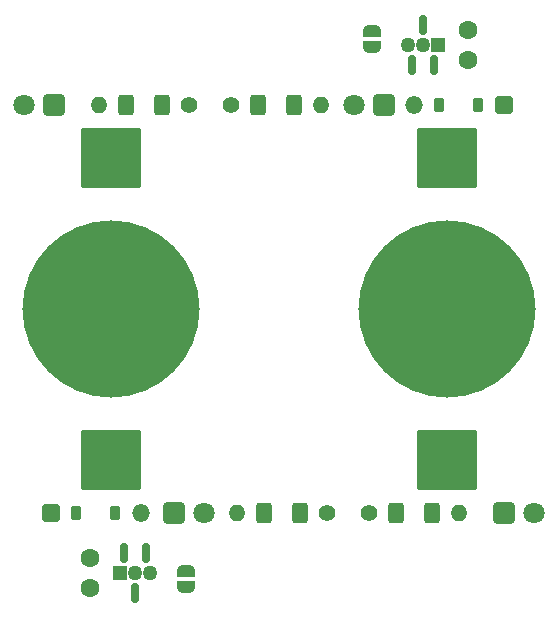
<source format=gbr>
%TF.GenerationSoftware,KiCad,Pcbnew,8.0.6-8.0.6-0~ubuntu24.04.1*%
%TF.CreationDate,2024-12-02T23:57:07-05:00*%
%TF.ProjectId,hack_badge,6861636b-5f62-4616-9467-652e6b696361,v1*%
%TF.SameCoordinates,Original*%
%TF.FileFunction,Soldermask,Bot*%
%TF.FilePolarity,Negative*%
%FSLAX46Y46*%
G04 Gerber Fmt 4.6, Leading zero omitted, Abs format (unit mm)*
G04 Created by KiCad (PCBNEW 8.0.6-8.0.6-0~ubuntu24.04.1) date 2024-12-02 23:57:07*
%MOMM*%
%LPD*%
G01*
G04 APERTURE LIST*
G04 Aperture macros list*
%AMRoundRect*
0 Rectangle with rounded corners*
0 $1 Rounding radius*
0 $2 $3 $4 $5 $6 $7 $8 $9 X,Y pos of 4 corners*
0 Add a 4 corners polygon primitive as box body*
4,1,4,$2,$3,$4,$5,$6,$7,$8,$9,$2,$3,0*
0 Add four circle primitives for the rounded corners*
1,1,$1+$1,$2,$3*
1,1,$1+$1,$4,$5*
1,1,$1+$1,$6,$7*
1,1,$1+$1,$8,$9*
0 Add four rect primitives between the rounded corners*
20,1,$1+$1,$2,$3,$4,$5,0*
20,1,$1+$1,$4,$5,$6,$7,0*
20,1,$1+$1,$6,$7,$8,$9,0*
20,1,$1+$1,$8,$9,$2,$3,0*%
%AMFreePoly0*
4,1,19,0.500000,-0.750000,0.000000,-0.750000,0.000000,-0.744911,-0.071157,-0.744911,-0.207708,-0.704816,-0.327430,-0.627875,-0.420627,-0.520320,-0.479746,-0.390866,-0.500000,-0.250000,-0.500000,0.250000,-0.479746,0.390866,-0.420627,0.520320,-0.327430,0.627875,-0.207708,0.704816,-0.071157,0.744911,0.000000,0.744911,0.000000,0.750000,0.500000,0.750000,0.500000,-0.750000,0.500000,-0.750000,
$1*%
%AMFreePoly1*
4,1,19,0.000000,0.744911,0.071157,0.744911,0.207708,0.704816,0.327430,0.627875,0.420627,0.520320,0.479746,0.390866,0.500000,0.250000,0.500000,-0.250000,0.479746,-0.390866,0.420627,-0.520320,0.327430,-0.627875,0.207708,-0.704816,0.071157,-0.744911,0.000000,-0.744911,0.000000,-0.750000,-0.500000,-0.750000,-0.500000,0.750000,0.000000,0.750000,0.000000,0.744911,0.000000,0.744911,
$1*%
G04 Aperture macros list end*
%ADD10RoundRect,0.250000X-0.650000X-0.650000X0.650000X-0.650000X0.650000X0.650000X-0.650000X0.650000X0*%
%ADD11C,1.800000*%
%ADD12RoundRect,0.250000X0.650000X0.650000X-0.650000X0.650000X-0.650000X-0.650000X0.650000X-0.650000X0*%
%ADD13RoundRect,0.250000X-2.300000X2.300000X-2.300000X-2.300000X2.300000X-2.300000X2.300000X2.300000X0*%
%ADD14C,15.000000*%
%ADD15RoundRect,0.250000X2.300000X-2.300000X2.300000X2.300000X-2.300000X2.300000X-2.300000X-2.300000X0*%
%ADD16C,1.400000*%
%ADD17RoundRect,0.250000X0.400000X0.625000X-0.400000X0.625000X-0.400000X-0.625000X0.400000X-0.625000X0*%
%ADD18O,1.400000X1.400000*%
%ADD19RoundRect,0.250000X0.500000X0.500000X-0.500000X0.500000X-0.500000X-0.500000X0.500000X-0.500000X0*%
%ADD20RoundRect,0.225000X0.225000X0.375000X-0.225000X0.375000X-0.225000X-0.375000X0.225000X-0.375000X0*%
%ADD21O,1.500000X1.500000*%
%ADD22FreePoly0,270.000000*%
%ADD23FreePoly1,270.000000*%
%ADD24C,1.600000*%
%ADD25RoundRect,0.070000X0.560000X0.560000X-0.560000X0.560000X-0.560000X-0.560000X0.560000X-0.560000X0*%
%ADD26RoundRect,0.162500X0.162500X-0.687500X0.162500X0.687500X-0.162500X0.687500X-0.162500X-0.687500X0*%
%ADD27C,1.260000*%
%ADD28RoundRect,0.070000X-0.560000X-0.560000X0.560000X-0.560000X0.560000X0.560000X-0.560000X0.560000X0*%
%ADD29RoundRect,0.162500X-0.162500X0.687500X-0.162500X-0.687500X0.162500X-0.687500X0.162500X0.687500X0*%
%ADD30FreePoly0,90.000000*%
%ADD31FreePoly1,90.000000*%
%ADD32RoundRect,0.250000X-0.400000X-0.625000X0.400000X-0.625000X0.400000X0.625000X-0.400000X0.625000X0*%
%ADD33RoundRect,0.250000X-0.500000X-0.500000X0.500000X-0.500000X0.500000X0.500000X-0.500000X0.500000X0*%
%ADD34RoundRect,0.225000X-0.225000X-0.375000X0.225000X-0.375000X0.225000X0.375000X-0.225000X0.375000X0*%
G04 APERTURE END LIST*
D10*
%TO.C,D5*%
X95250000Y-93472000D03*
D11*
X97790000Y-93472000D03*
%TD*%
D12*
%TO.C,D3*%
X57150000Y-58928000D03*
D11*
X54610000Y-58928000D03*
%TD*%
D12*
%TO.C,D6*%
X85090000Y-58928000D03*
D11*
X82550000Y-58928000D03*
%TD*%
D10*
%TO.C,D2*%
X67310000Y-93472000D03*
D11*
X69850000Y-93472000D03*
%TD*%
D13*
%TO.C,BT1*%
X61976000Y-63400000D03*
X61976000Y-89000000D03*
D14*
X61976000Y-76200000D03*
%TD*%
D15*
%TO.C,BT2*%
X90424000Y-89000000D03*
X90424000Y-63400000D03*
D14*
X90424000Y-76200000D03*
%TD*%
D16*
%TO.C,R1*%
X80264000Y-93472000D03*
D17*
X78004000Y-93472000D03*
X74904000Y-93472000D03*
D18*
X72644000Y-93472000D03*
%TD*%
D19*
%TO.C,D4*%
X95250000Y-58928000D03*
D20*
X93090000Y-58928000D03*
X89790000Y-58928000D03*
D21*
X87630000Y-58928000D03*
%TD*%
D22*
%TO.C,JP1*%
X68326000Y-98410000D03*
D23*
X68326000Y-99710000D03*
%TD*%
D24*
%TO.C,C2*%
X92202000Y-55098000D03*
X92202000Y-52598000D03*
%TD*%
D25*
%TO.C,U2*%
X89662000Y-53848000D03*
D26*
X89342000Y-55560500D03*
D27*
X88392000Y-53848000D03*
D26*
X88392000Y-52140500D03*
X87442000Y-55560500D03*
D27*
X87122000Y-53848000D03*
%TD*%
D28*
%TO.C,U1*%
X62738000Y-98552000D03*
D29*
X63058000Y-96839500D03*
D27*
X64008000Y-98552000D03*
D29*
X64008000Y-100259500D03*
X64958000Y-96839500D03*
D27*
X65278000Y-98552000D03*
%TD*%
D24*
%TO.C,C1*%
X60198000Y-97302000D03*
X60198000Y-99802000D03*
%TD*%
D16*
%TO.C,R2*%
X68580000Y-58928000D03*
D17*
X66320000Y-58928000D03*
X63220000Y-58928000D03*
D18*
X60960000Y-58928000D03*
%TD*%
D30*
%TO.C,JP2*%
X84074000Y-53990000D03*
D31*
X84074000Y-52690000D03*
%TD*%
D16*
%TO.C,R3*%
X83820000Y-93472000D03*
D32*
X86080000Y-93472000D03*
X89180000Y-93472000D03*
D18*
X91440000Y-93472000D03*
%TD*%
D33*
%TO.C,D1*%
X56896000Y-93472000D03*
D34*
X59056000Y-93472000D03*
X62356000Y-93472000D03*
D21*
X64516000Y-93472000D03*
%TD*%
D16*
%TO.C,R4*%
X72136000Y-58928000D03*
D32*
X74396000Y-58928000D03*
X77496000Y-58928000D03*
D18*
X79756000Y-58928000D03*
%TD*%
M02*

</source>
